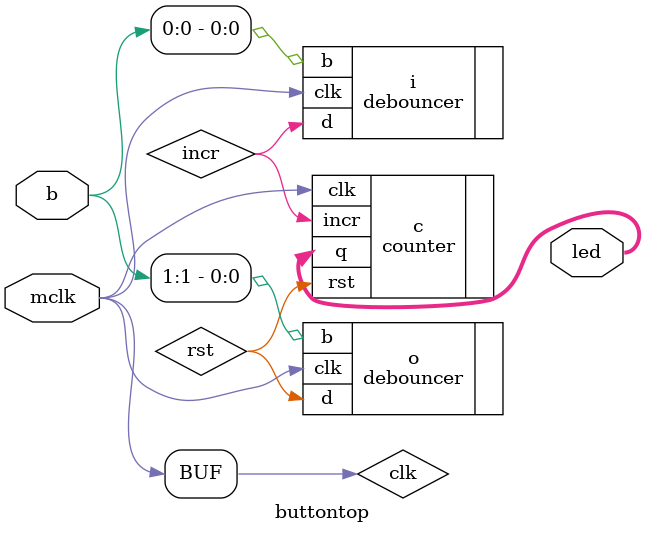
<source format=v>
`timescale 1ns / 1ps

module buttontop(
    input mclk,
    input [1:0] b,
    output [7:0] led
    );
    
    wire clk, incr, rst;
    
    //testbench clk:
    assign clk = mclk;
    //ClockDivider clkdiv(.clkin(mclk), .clkout(clk));
    
    debouncer i(.clk(clk), .b(b[0]), .d(incr));
    debouncer o(.clk(clk), .b(b[1]), .d(rst));
    counter c(.clk(clk), .incr(incr), .rst(rst), .q(led));
endmodule

</source>
